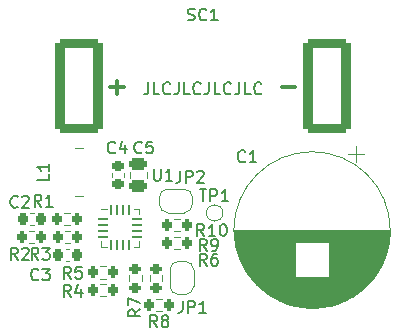
<source format=gbr>
%TF.GenerationSoftware,KiCad,Pcbnew,(6.0.9)*%
%TF.CreationDate,2022-11-21T20:55:40-06:00*%
%TF.ProjectId,solar-test,736f6c61-722d-4746-9573-742e6b696361,rev?*%
%TF.SameCoordinates,Original*%
%TF.FileFunction,Legend,Top*%
%TF.FilePolarity,Positive*%
%FSLAX46Y46*%
G04 Gerber Fmt 4.6, Leading zero omitted, Abs format (unit mm)*
G04 Created by KiCad (PCBNEW (6.0.9)) date 2022-11-21 20:55:40*
%MOMM*%
%LPD*%
G01*
G04 APERTURE LIST*
G04 Aperture macros list*
%AMRoundRect*
0 Rectangle with rounded corners*
0 $1 Rounding radius*
0 $2 $3 $4 $5 $6 $7 $8 $9 X,Y pos of 4 corners*
0 Add a 4 corners polygon primitive as box body*
4,1,4,$2,$3,$4,$5,$6,$7,$8,$9,$2,$3,0*
0 Add four circle primitives for the rounded corners*
1,1,$1+$1,$2,$3*
1,1,$1+$1,$4,$5*
1,1,$1+$1,$6,$7*
1,1,$1+$1,$8,$9*
0 Add four rect primitives between the rounded corners*
20,1,$1+$1,$2,$3,$4,$5,0*
20,1,$1+$1,$4,$5,$6,$7,0*
20,1,$1+$1,$6,$7,$8,$9,0*
20,1,$1+$1,$8,$9,$2,$3,0*%
%AMFreePoly0*
4,1,19,2.150000,-1.200000,1.177922,-1.200000,1.064578,-1.003895,0.918917,-0.830439,0.745359,-0.684899,0.549174,-0.571693,0.336318,-0.494257,0.113252,-0.454942,-0.113252,-0.454942,-0.336318,-0.494257,-0.549174,-0.571693,-0.745359,-0.684899,-0.918917,-0.830439,-1.064578,-1.003895,-1.177922,-1.200000,-2.150000,-1.200000,-2.150000,0.400000,2.150000,0.400000,2.150000,-1.200000,2.150000,-1.200000,
$1*%
%AMFreePoly1*
4,1,19,-1.064578,1.003895,-0.918917,0.830439,-0.745359,0.684899,-0.549174,0.571693,-0.336318,0.494257,-0.113252,0.454942,0.113252,0.454942,0.336318,0.494257,0.549174,0.571693,0.745359,0.684899,0.918917,0.830439,1.064578,1.003895,1.177922,1.200000,2.150000,1.200000,2.150000,-0.400000,-2.150000,-0.400000,-2.150000,1.200000,-1.177922,1.200000,-1.064578,1.003895,-1.064578,1.003895,
$1*%
%AMFreePoly2*
4,1,22,0.500000,-0.750000,0.000000,-0.750000,0.000000,-0.745033,-0.079941,-0.743568,-0.215256,-0.701293,-0.333266,-0.622738,-0.424486,-0.514219,-0.481581,-0.384460,-0.499164,-0.250000,-0.500000,-0.250000,-0.500000,0.250000,-0.499164,0.250000,-0.499963,0.256109,-0.478152,0.396186,-0.417904,0.524511,-0.324060,0.630769,-0.204165,0.706417,-0.067858,0.745374,0.000000,0.744959,0.000000,0.750000,
0.500000,0.750000,0.500000,-0.750000,0.500000,-0.750000,$1*%
%AMFreePoly3*
4,1,20,0.000000,0.744959,0.073905,0.744508,0.209726,0.703889,0.328688,0.626782,0.421226,0.519385,0.479903,0.390333,0.500000,0.250000,0.500000,-0.250000,0.499851,-0.262216,0.476331,-0.402017,0.414519,-0.529596,0.319384,-0.634700,0.198574,-0.708877,0.061801,-0.746166,0.000000,-0.745033,0.000000,-0.750000,-0.500000,-0.750000,-0.500000,0.750000,0.000000,0.750000,0.000000,0.744959,
0.000000,0.744959,$1*%
G04 Aperture macros list end*
%ADD10C,0.150000*%
%ADD11C,0.300000*%
%ADD12C,0.120000*%
%ADD13C,1.000000*%
%ADD14RoundRect,0.400000X-1.600000X-3.600000X1.600000X-3.600000X1.600000X3.600000X-1.600000X3.600000X0*%
%ADD15RoundRect,0.200000X-0.200000X-0.275000X0.200000X-0.275000X0.200000X0.275000X-0.200000X0.275000X0*%
%ADD16RoundRect,0.200000X0.200000X0.275000X-0.200000X0.275000X-0.200000X-0.275000X0.200000X-0.275000X0*%
%ADD17RoundRect,0.200000X-0.275000X0.200000X-0.275000X-0.200000X0.275000X-0.200000X0.275000X0.200000X0*%
%ADD18RoundRect,0.250000X0.475000X-0.250000X0.475000X0.250000X-0.475000X0.250000X-0.475000X-0.250000X0*%
%ADD19RoundRect,0.225000X-0.225000X-0.250000X0.225000X-0.250000X0.225000X0.250000X-0.225000X0.250000X0*%
%ADD20R,2.400000X2.400000*%
%ADD21C,2.400000*%
%ADD22FreePoly0,90.000000*%
%ADD23FreePoly1,90.000000*%
%ADD24RoundRect,0.225000X-0.250000X0.225000X-0.250000X-0.225000X0.250000X-0.225000X0.250000X0.225000X0*%
%ADD25RoundRect,0.062500X-0.350000X-0.062500X0.350000X-0.062500X0.350000X0.062500X-0.350000X0.062500X0*%
%ADD26RoundRect,0.062500X-0.062500X-0.350000X0.062500X-0.350000X0.062500X0.350000X-0.062500X0.350000X0*%
%ADD27R,1.700000X1.700000*%
%ADD28FreePoly2,270.000000*%
%ADD29FreePoly3,270.000000*%
%ADD30FreePoly2,180.000000*%
%ADD31FreePoly3,180.000000*%
G04 APERTURE END LIST*
D10*
X154380952Y-102402380D02*
X154380952Y-103116666D01*
X154333333Y-103259523D01*
X154238095Y-103354761D01*
X154095238Y-103402380D01*
X154000000Y-103402380D01*
X155333333Y-103402380D02*
X154857142Y-103402380D01*
X154857142Y-102402380D01*
X156238095Y-103307142D02*
X156190476Y-103354761D01*
X156047619Y-103402380D01*
X155952380Y-103402380D01*
X155809523Y-103354761D01*
X155714285Y-103259523D01*
X155666666Y-103164285D01*
X155619047Y-102973809D01*
X155619047Y-102830952D01*
X155666666Y-102640476D01*
X155714285Y-102545238D01*
X155809523Y-102450000D01*
X155952380Y-102402380D01*
X156047619Y-102402380D01*
X156190476Y-102450000D01*
X156238095Y-102497619D01*
X156952380Y-102402380D02*
X156952380Y-103116666D01*
X156904761Y-103259523D01*
X156809523Y-103354761D01*
X156666666Y-103402380D01*
X156571428Y-103402380D01*
X157904761Y-103402380D02*
X157428571Y-103402380D01*
X157428571Y-102402380D01*
X158809523Y-103307142D02*
X158761904Y-103354761D01*
X158619047Y-103402380D01*
X158523809Y-103402380D01*
X158380952Y-103354761D01*
X158285714Y-103259523D01*
X158238095Y-103164285D01*
X158190476Y-102973809D01*
X158190476Y-102830952D01*
X158238095Y-102640476D01*
X158285714Y-102545238D01*
X158380952Y-102450000D01*
X158523809Y-102402380D01*
X158619047Y-102402380D01*
X158761904Y-102450000D01*
X158809523Y-102497619D01*
X159523809Y-102402380D02*
X159523809Y-103116666D01*
X159476190Y-103259523D01*
X159380952Y-103354761D01*
X159238095Y-103402380D01*
X159142857Y-103402380D01*
X160476190Y-103402380D02*
X160000000Y-103402380D01*
X160000000Y-102402380D01*
X161380952Y-103307142D02*
X161333333Y-103354761D01*
X161190476Y-103402380D01*
X161095238Y-103402380D01*
X160952380Y-103354761D01*
X160857142Y-103259523D01*
X160809523Y-103164285D01*
X160761904Y-102973809D01*
X160761904Y-102830952D01*
X160809523Y-102640476D01*
X160857142Y-102545238D01*
X160952380Y-102450000D01*
X161095238Y-102402380D01*
X161190476Y-102402380D01*
X161333333Y-102450000D01*
X161380952Y-102497619D01*
X162095238Y-102402380D02*
X162095238Y-103116666D01*
X162047619Y-103259523D01*
X161952380Y-103354761D01*
X161809523Y-103402380D01*
X161714285Y-103402380D01*
X163047619Y-103402380D02*
X162571428Y-103402380D01*
X162571428Y-102402380D01*
X163952380Y-103307142D02*
X163904761Y-103354761D01*
X163761904Y-103402380D01*
X163666666Y-103402380D01*
X163523809Y-103354761D01*
X163428571Y-103259523D01*
X163380952Y-103164285D01*
X163333333Y-102973809D01*
X163333333Y-102830952D01*
X163380952Y-102640476D01*
X163428571Y-102545238D01*
X163523809Y-102450000D01*
X163666666Y-102402380D01*
X163761904Y-102402380D01*
X163904761Y-102450000D01*
X163952380Y-102497619D01*
%TO.C,TP1*%
X158738095Y-111454380D02*
X159309523Y-111454380D01*
X159023809Y-112454380D02*
X159023809Y-111454380D01*
X159642857Y-112454380D02*
X159642857Y-111454380D01*
X160023809Y-111454380D01*
X160119047Y-111502000D01*
X160166666Y-111549619D01*
X160214285Y-111644857D01*
X160214285Y-111787714D01*
X160166666Y-111882952D01*
X160119047Y-111930571D01*
X160023809Y-111978190D01*
X159642857Y-111978190D01*
X161166666Y-112454380D02*
X160595238Y-112454380D01*
X160880952Y-112454380D02*
X160880952Y-111454380D01*
X160785714Y-111597238D01*
X160690476Y-111692476D01*
X160595238Y-111740095D01*
%TO.C,SC1*%
X157738095Y-97104761D02*
X157880952Y-97152380D01*
X158119047Y-97152380D01*
X158214285Y-97104761D01*
X158261904Y-97057142D01*
X158309523Y-96961904D01*
X158309523Y-96866666D01*
X158261904Y-96771428D01*
X158214285Y-96723809D01*
X158119047Y-96676190D01*
X157928571Y-96628571D01*
X157833333Y-96580952D01*
X157785714Y-96533333D01*
X157738095Y-96438095D01*
X157738095Y-96342857D01*
X157785714Y-96247619D01*
X157833333Y-96200000D01*
X157928571Y-96152380D01*
X158166666Y-96152380D01*
X158309523Y-96200000D01*
X159309523Y-97057142D02*
X159261904Y-97104761D01*
X159119047Y-97152380D01*
X159023809Y-97152380D01*
X158880952Y-97104761D01*
X158785714Y-97009523D01*
X158738095Y-96914285D01*
X158690476Y-96723809D01*
X158690476Y-96580952D01*
X158738095Y-96390476D01*
X158785714Y-96295238D01*
X158880952Y-96200000D01*
X159023809Y-96152380D01*
X159119047Y-96152380D01*
X159261904Y-96200000D01*
X159309523Y-96247619D01*
X160261904Y-97152380D02*
X159690476Y-97152380D01*
X159976190Y-97152380D02*
X159976190Y-96152380D01*
X159880952Y-96295238D01*
X159785714Y-96390476D01*
X159690476Y-96438095D01*
D11*
X165678571Y-102807142D02*
X166821428Y-102807142D01*
X151178571Y-102807142D02*
X152321428Y-102807142D01*
X151750000Y-103378571D02*
X151750000Y-102235714D01*
D10*
%TO.C,R10*%
X159107142Y-115402380D02*
X158773809Y-114926190D01*
X158535714Y-115402380D02*
X158535714Y-114402380D01*
X158916666Y-114402380D01*
X159011904Y-114450000D01*
X159059523Y-114497619D01*
X159107142Y-114592857D01*
X159107142Y-114735714D01*
X159059523Y-114830952D01*
X159011904Y-114878571D01*
X158916666Y-114926190D01*
X158535714Y-114926190D01*
X160059523Y-115402380D02*
X159488095Y-115402380D01*
X159773809Y-115402380D02*
X159773809Y-114402380D01*
X159678571Y-114545238D01*
X159583333Y-114640476D01*
X159488095Y-114688095D01*
X160678571Y-114402380D02*
X160773809Y-114402380D01*
X160869047Y-114450000D01*
X160916666Y-114497619D01*
X160964285Y-114592857D01*
X161011904Y-114783333D01*
X161011904Y-115021428D01*
X160964285Y-115211904D01*
X160916666Y-115307142D01*
X160869047Y-115354761D01*
X160773809Y-115402380D01*
X160678571Y-115402380D01*
X160583333Y-115354761D01*
X160535714Y-115307142D01*
X160488095Y-115211904D01*
X160440476Y-115021428D01*
X160440476Y-114783333D01*
X160488095Y-114592857D01*
X160535714Y-114497619D01*
X160583333Y-114450000D01*
X160678571Y-114402380D01*
%TO.C,R9*%
X159333333Y-116652380D02*
X159000000Y-116176190D01*
X158761904Y-116652380D02*
X158761904Y-115652380D01*
X159142857Y-115652380D01*
X159238095Y-115700000D01*
X159285714Y-115747619D01*
X159333333Y-115842857D01*
X159333333Y-115985714D01*
X159285714Y-116080952D01*
X159238095Y-116128571D01*
X159142857Y-116176190D01*
X158761904Y-116176190D01*
X159809523Y-116652380D02*
X160000000Y-116652380D01*
X160095238Y-116604761D01*
X160142857Y-116557142D01*
X160238095Y-116414285D01*
X160285714Y-116223809D01*
X160285714Y-115842857D01*
X160238095Y-115747619D01*
X160190476Y-115700000D01*
X160095238Y-115652380D01*
X159904761Y-115652380D01*
X159809523Y-115700000D01*
X159761904Y-115747619D01*
X159714285Y-115842857D01*
X159714285Y-116080952D01*
X159761904Y-116176190D01*
X159809523Y-116223809D01*
X159904761Y-116271428D01*
X160095238Y-116271428D01*
X160190476Y-116223809D01*
X160238095Y-116176190D01*
X160285714Y-116080952D01*
%TO.C,R8*%
X155133334Y-123112378D02*
X154800001Y-122636188D01*
X154561905Y-123112378D02*
X154561905Y-122112378D01*
X154942858Y-122112378D01*
X155038096Y-122159998D01*
X155085715Y-122207617D01*
X155133334Y-122302855D01*
X155133334Y-122445712D01*
X155085715Y-122540950D01*
X155038096Y-122588569D01*
X154942858Y-122636188D01*
X154561905Y-122636188D01*
X155704762Y-122540950D02*
X155609524Y-122493331D01*
X155561905Y-122445712D01*
X155514286Y-122350474D01*
X155514286Y-122302855D01*
X155561905Y-122207617D01*
X155609524Y-122159998D01*
X155704762Y-122112378D01*
X155895239Y-122112378D01*
X155990477Y-122159998D01*
X156038096Y-122207617D01*
X156085715Y-122302855D01*
X156085715Y-122350474D01*
X156038096Y-122445712D01*
X155990477Y-122493331D01*
X155895239Y-122540950D01*
X155704762Y-122540950D01*
X155609524Y-122588569D01*
X155561905Y-122636188D01*
X155514286Y-122731426D01*
X155514286Y-122921902D01*
X155561905Y-123017140D01*
X155609524Y-123064759D01*
X155704762Y-123112378D01*
X155895239Y-123112378D01*
X155990477Y-123064759D01*
X156038096Y-123017140D01*
X156085715Y-122921902D01*
X156085715Y-122731426D01*
X156038096Y-122636188D01*
X155990477Y-122588569D01*
X155895239Y-122540950D01*
%TO.C,R7*%
X153702380Y-121616666D02*
X153226190Y-121950000D01*
X153702380Y-122188095D02*
X152702380Y-122188095D01*
X152702380Y-121807142D01*
X152750000Y-121711904D01*
X152797619Y-121664285D01*
X152892857Y-121616666D01*
X153035714Y-121616666D01*
X153130952Y-121664285D01*
X153178571Y-121711904D01*
X153226190Y-121807142D01*
X153226190Y-122188095D01*
X152702380Y-121283333D02*
X152702380Y-120616666D01*
X153702380Y-121045238D01*
%TO.C,R5*%
X147833333Y-119002378D02*
X147500000Y-118526188D01*
X147261904Y-119002378D02*
X147261904Y-118002378D01*
X147642857Y-118002378D01*
X147738095Y-118049998D01*
X147785714Y-118097617D01*
X147833333Y-118192855D01*
X147833333Y-118335712D01*
X147785714Y-118430950D01*
X147738095Y-118478569D01*
X147642857Y-118526188D01*
X147261904Y-118526188D01*
X148738095Y-118002378D02*
X148261904Y-118002378D01*
X148214285Y-118478569D01*
X148261904Y-118430950D01*
X148357142Y-118383331D01*
X148595238Y-118383331D01*
X148690476Y-118430950D01*
X148738095Y-118478569D01*
X148785714Y-118573807D01*
X148785714Y-118811902D01*
X148738095Y-118907140D01*
X148690476Y-118954759D01*
X148595238Y-119002378D01*
X148357142Y-119002378D01*
X148261904Y-118954759D01*
X148214285Y-118907140D01*
%TO.C,R3*%
X145083333Y-117402380D02*
X144750000Y-116926190D01*
X144511904Y-117402380D02*
X144511904Y-116402380D01*
X144892857Y-116402380D01*
X144988095Y-116450000D01*
X145035714Y-116497619D01*
X145083333Y-116592857D01*
X145083333Y-116735714D01*
X145035714Y-116830952D01*
X144988095Y-116878571D01*
X144892857Y-116926190D01*
X144511904Y-116926190D01*
X145416666Y-116402380D02*
X146035714Y-116402380D01*
X145702380Y-116783333D01*
X145845238Y-116783333D01*
X145940476Y-116830952D01*
X145988095Y-116878571D01*
X146035714Y-116973809D01*
X146035714Y-117211904D01*
X145988095Y-117307142D01*
X145940476Y-117354761D01*
X145845238Y-117402380D01*
X145559523Y-117402380D01*
X145464285Y-117354761D01*
X145416666Y-117307142D01*
%TO.C,C5*%
X153833333Y-108307142D02*
X153785714Y-108354761D01*
X153642857Y-108402380D01*
X153547619Y-108402380D01*
X153404761Y-108354761D01*
X153309523Y-108259523D01*
X153261904Y-108164285D01*
X153214285Y-107973809D01*
X153214285Y-107830952D01*
X153261904Y-107640476D01*
X153309523Y-107545238D01*
X153404761Y-107450000D01*
X153547619Y-107402380D01*
X153642857Y-107402380D01*
X153785714Y-107450000D01*
X153833333Y-107497619D01*
X154738095Y-107402380D02*
X154261904Y-107402380D01*
X154214285Y-107878571D01*
X154261904Y-107830952D01*
X154357142Y-107783333D01*
X154595238Y-107783333D01*
X154690476Y-107830952D01*
X154738095Y-107878571D01*
X154785714Y-107973809D01*
X154785714Y-108211904D01*
X154738095Y-108307142D01*
X154690476Y-108354761D01*
X154595238Y-108402380D01*
X154357142Y-108402380D01*
X154261904Y-108354761D01*
X154214285Y-108307142D01*
%TO.C,C2*%
X143333333Y-112907140D02*
X143285714Y-112954759D01*
X143142857Y-113002378D01*
X143047619Y-113002378D01*
X142904761Y-112954759D01*
X142809523Y-112859521D01*
X142761904Y-112764283D01*
X142714285Y-112573807D01*
X142714285Y-112430950D01*
X142761904Y-112240474D01*
X142809523Y-112145236D01*
X142904761Y-112049998D01*
X143047619Y-112002378D01*
X143142857Y-112002378D01*
X143285714Y-112049998D01*
X143333333Y-112097617D01*
X143714285Y-112097617D02*
X143761904Y-112049998D01*
X143857142Y-112002378D01*
X144095238Y-112002378D01*
X144190476Y-112049998D01*
X144238095Y-112097617D01*
X144285714Y-112192855D01*
X144285714Y-112288093D01*
X144238095Y-112430950D01*
X143666666Y-113002378D01*
X144285714Y-113002378D01*
%TO.C,C1*%
X162583333Y-109057142D02*
X162535714Y-109104761D01*
X162392857Y-109152380D01*
X162297619Y-109152380D01*
X162154761Y-109104761D01*
X162059523Y-109009523D01*
X162011904Y-108914285D01*
X161964285Y-108723809D01*
X161964285Y-108580952D01*
X162011904Y-108390476D01*
X162059523Y-108295238D01*
X162154761Y-108200000D01*
X162297619Y-108152380D01*
X162392857Y-108152380D01*
X162535714Y-108200000D01*
X162583333Y-108247619D01*
X163535714Y-109152380D02*
X162964285Y-109152380D01*
X163250000Y-109152380D02*
X163250000Y-108152380D01*
X163154761Y-108295238D01*
X163059523Y-108390476D01*
X162964285Y-108438095D01*
%TO.C,C3*%
X145083333Y-119057142D02*
X145035714Y-119104761D01*
X144892857Y-119152380D01*
X144797619Y-119152380D01*
X144654761Y-119104761D01*
X144559523Y-119009523D01*
X144511904Y-118914285D01*
X144464285Y-118723809D01*
X144464285Y-118580952D01*
X144511904Y-118390476D01*
X144559523Y-118295238D01*
X144654761Y-118200000D01*
X144797619Y-118152380D01*
X144892857Y-118152380D01*
X145035714Y-118200000D01*
X145083333Y-118247619D01*
X145416666Y-118152380D02*
X146035714Y-118152380D01*
X145702380Y-118533333D01*
X145845238Y-118533333D01*
X145940476Y-118580952D01*
X145988095Y-118628571D01*
X146035714Y-118723809D01*
X146035714Y-118961904D01*
X145988095Y-119057142D01*
X145940476Y-119104761D01*
X145845238Y-119152380D01*
X145559523Y-119152380D01*
X145464285Y-119104761D01*
X145416666Y-119057142D01*
%TO.C,R1*%
X145333333Y-112902380D02*
X145000000Y-112426190D01*
X144761904Y-112902380D02*
X144761904Y-111902380D01*
X145142857Y-111902380D01*
X145238095Y-111950000D01*
X145285714Y-111997619D01*
X145333333Y-112092857D01*
X145333333Y-112235714D01*
X145285714Y-112330952D01*
X145238095Y-112378571D01*
X145142857Y-112426190D01*
X144761904Y-112426190D01*
X146285714Y-112902380D02*
X145714285Y-112902380D01*
X146000000Y-112902380D02*
X146000000Y-111902380D01*
X145904761Y-112045238D01*
X145809523Y-112140476D01*
X145714285Y-112188095D01*
%TO.C,L1*%
X145976902Y-110142141D02*
X145976902Y-110618332D01*
X144976902Y-110618332D01*
X145976902Y-109284998D02*
X145976902Y-109856427D01*
X145976902Y-109570713D02*
X144976902Y-109570713D01*
X145119760Y-109665951D01*
X145214998Y-109761189D01*
X145262617Y-109856427D01*
%TO.C,C4*%
X151583333Y-108307142D02*
X151535714Y-108354761D01*
X151392857Y-108402380D01*
X151297619Y-108402380D01*
X151154761Y-108354761D01*
X151059523Y-108259523D01*
X151011904Y-108164285D01*
X150964285Y-107973809D01*
X150964285Y-107830952D01*
X151011904Y-107640476D01*
X151059523Y-107545238D01*
X151154761Y-107450000D01*
X151297619Y-107402380D01*
X151392857Y-107402380D01*
X151535714Y-107450000D01*
X151583333Y-107497619D01*
X152440476Y-107735714D02*
X152440476Y-108402380D01*
X152202380Y-107354761D02*
X151964285Y-108069047D01*
X152583333Y-108069047D01*
%TO.C,R2*%
X143333333Y-117402380D02*
X143000000Y-116926190D01*
X142761904Y-117402380D02*
X142761904Y-116402380D01*
X143142857Y-116402380D01*
X143238095Y-116450000D01*
X143285714Y-116497619D01*
X143333333Y-116592857D01*
X143333333Y-116735714D01*
X143285714Y-116830952D01*
X143238095Y-116878571D01*
X143142857Y-116926190D01*
X142761904Y-116926190D01*
X143714285Y-116497619D02*
X143761904Y-116450000D01*
X143857142Y-116402380D01*
X144095238Y-116402380D01*
X144190476Y-116450000D01*
X144238095Y-116497619D01*
X144285714Y-116592857D01*
X144285714Y-116688095D01*
X144238095Y-116830952D01*
X143666666Y-117402380D01*
X144285714Y-117402380D01*
%TO.C,U1*%
X154863095Y-109702380D02*
X154863095Y-110511904D01*
X154910714Y-110607142D01*
X154958333Y-110654761D01*
X155053571Y-110702380D01*
X155244047Y-110702380D01*
X155339285Y-110654761D01*
X155386904Y-110607142D01*
X155434523Y-110511904D01*
X155434523Y-109702380D01*
X156434523Y-110702380D02*
X155863095Y-110702380D01*
X156148809Y-110702380D02*
X156148809Y-109702380D01*
X156053571Y-109845238D01*
X155958333Y-109940476D01*
X155863095Y-109988095D01*
%TO.C,R6*%
X159333333Y-117902380D02*
X159000000Y-117426190D01*
X158761904Y-117902380D02*
X158761904Y-116902380D01*
X159142857Y-116902380D01*
X159238095Y-116950000D01*
X159285714Y-116997619D01*
X159333333Y-117092857D01*
X159333333Y-117235714D01*
X159285714Y-117330952D01*
X159238095Y-117378571D01*
X159142857Y-117426190D01*
X158761904Y-117426190D01*
X160190476Y-116902380D02*
X160000000Y-116902380D01*
X159904761Y-116950000D01*
X159857142Y-116997619D01*
X159761904Y-117140476D01*
X159714285Y-117330952D01*
X159714285Y-117711904D01*
X159761904Y-117807142D01*
X159809523Y-117854761D01*
X159904761Y-117902380D01*
X160095238Y-117902380D01*
X160190476Y-117854761D01*
X160238095Y-117807142D01*
X160285714Y-117711904D01*
X160285714Y-117473809D01*
X160238095Y-117378571D01*
X160190476Y-117330952D01*
X160095238Y-117283333D01*
X159904761Y-117283333D01*
X159809523Y-117330952D01*
X159761904Y-117378571D01*
X159714285Y-117473809D01*
%TO.C,JP1*%
X157291665Y-120902375D02*
X157291665Y-121616661D01*
X157244046Y-121759518D01*
X157148808Y-121854756D01*
X157005951Y-121902375D01*
X156910713Y-121902375D01*
X157767856Y-121902375D02*
X157767856Y-120902375D01*
X158148808Y-120902375D01*
X158244046Y-120949995D01*
X158291665Y-120997614D01*
X158339284Y-121092852D01*
X158339284Y-121235709D01*
X158291665Y-121330947D01*
X158244046Y-121378566D01*
X158148808Y-121426185D01*
X157767856Y-121426185D01*
X159291665Y-121902375D02*
X158720237Y-121902375D01*
X159005951Y-121902375D02*
X159005951Y-120902375D01*
X158910713Y-121045233D01*
X158815475Y-121140471D01*
X158720237Y-121188090D01*
%TO.C,R4*%
X147833333Y-120532378D02*
X147500000Y-120056188D01*
X147261904Y-120532378D02*
X147261904Y-119532378D01*
X147642857Y-119532378D01*
X147738095Y-119579998D01*
X147785714Y-119627617D01*
X147833333Y-119722855D01*
X147833333Y-119865712D01*
X147785714Y-119960950D01*
X147738095Y-120008569D01*
X147642857Y-120056188D01*
X147261904Y-120056188D01*
X148690476Y-119865712D02*
X148690476Y-120532378D01*
X148452380Y-119484759D02*
X148214285Y-120199045D01*
X148833333Y-120199045D01*
%TO.C,JP2*%
X157091187Y-109877856D02*
X157091187Y-110592142D01*
X157043568Y-110734999D01*
X156948330Y-110830237D01*
X156805473Y-110877856D01*
X156710235Y-110877856D01*
X157567378Y-110877856D02*
X157567378Y-109877856D01*
X157948330Y-109877856D01*
X158043568Y-109925476D01*
X158091187Y-109973095D01*
X158138806Y-110068333D01*
X158138806Y-110211190D01*
X158091187Y-110306428D01*
X158043568Y-110354047D01*
X157948330Y-110401666D01*
X157567378Y-110401666D01*
X158519759Y-109973095D02*
X158567378Y-109925476D01*
X158662616Y-109877856D01*
X158900711Y-109877856D01*
X158995949Y-109925476D01*
X159043568Y-109973095D01*
X159091187Y-110068333D01*
X159091187Y-110163571D01*
X159043568Y-110306428D01*
X158472140Y-110877856D01*
X159091187Y-110877856D01*
D12*
%TO.C,TP1*%
X160700000Y-113450000D02*
G75*
G03*
X160700000Y-113450000I-700000J0D01*
G01*
%TO.C,R10*%
X156562743Y-116502498D02*
X157037259Y-116502498D01*
X156562743Y-115457498D02*
X157037259Y-115457498D01*
%TO.C,R9*%
X157037259Y-115002498D02*
X156562743Y-115002498D01*
X157037259Y-113957498D02*
X156562743Y-113957498D01*
%TO.C,R8*%
X155537259Y-120707498D02*
X155062743Y-120707498D01*
X155537259Y-121752498D02*
X155062743Y-121752498D01*
%TO.C,R7*%
X152777501Y-118742740D02*
X152777501Y-119217256D01*
X153822501Y-118742740D02*
X153822501Y-119217256D01*
%TO.C,R5*%
X150312743Y-120502498D02*
X150787259Y-120502498D01*
X150312743Y-119457498D02*
X150787259Y-119457498D01*
%TO.C,R3*%
X147312743Y-116002498D02*
X147787259Y-116002498D01*
X147312743Y-114957498D02*
X147787259Y-114957498D01*
%TO.C,C5*%
X154285001Y-110491250D02*
X154285001Y-109968746D01*
X152815001Y-110491250D02*
X152815001Y-109968746D01*
%TO.C,C2*%
X144409421Y-114489998D02*
X144690581Y-114489998D01*
X144409421Y-113469998D02*
X144690581Y-113469998D01*
%TO.C,C1*%
X171965000Y-107800216D02*
X171965000Y-109100216D01*
X173792000Y-118445785D02*
X169690000Y-118445785D01*
X166810000Y-116645785D02*
X161908000Y-116645785D01*
X174534000Y-116845785D02*
X169690000Y-116845785D01*
X166810000Y-117005785D02*
X162018000Y-117005785D01*
X173891000Y-118285785D02*
X169690000Y-118285785D01*
X174454000Y-117085785D02*
X169690000Y-117085785D01*
X173485000Y-118885785D02*
X163015000Y-118885785D01*
X171804000Y-120445785D02*
X164696000Y-120445785D01*
X173227000Y-119205785D02*
X163273000Y-119205785D01*
X174425000Y-117165785D02*
X169690000Y-117165785D01*
X166810000Y-116525785D02*
X161876000Y-116525785D01*
X174821000Y-115244785D02*
X161679000Y-115244785D01*
X172455000Y-119965785D02*
X164045000Y-119965785D01*
X174826000Y-115124785D02*
X161674000Y-115124785D01*
X170920000Y-120925785D02*
X165580000Y-120925785D01*
X166810000Y-117365785D02*
X162152000Y-117365785D01*
X173574000Y-118765785D02*
X169690000Y-118765785D01*
X173261000Y-119165785D02*
X163239000Y-119165785D01*
X166810000Y-117965785D02*
X162430000Y-117965785D01*
X174070000Y-117965785D02*
X169690000Y-117965785D01*
X170305000Y-121165785D02*
X166195000Y-121165785D01*
X166810000Y-118445785D02*
X162708000Y-118445785D01*
X172407000Y-120005785D02*
X164093000Y-120005785D01*
X174689000Y-116245785D02*
X169690000Y-116245785D01*
X173631000Y-118685785D02*
X169690000Y-118685785D01*
X174791000Y-115605785D02*
X161709000Y-115605785D01*
X166810000Y-116725785D02*
X161930000Y-116725785D01*
X173983000Y-118125785D02*
X169690000Y-118125785D01*
X166810000Y-117205785D02*
X162089000Y-117205785D01*
X166810000Y-117485785D02*
X162201000Y-117485785D01*
X173659000Y-118645785D02*
X169690000Y-118645785D01*
X173842000Y-118365785D02*
X169690000Y-118365785D01*
X166810000Y-118485785D02*
X162734000Y-118485785D01*
X174772000Y-115765785D02*
X161728000Y-115765785D01*
X166810000Y-118365785D02*
X162658000Y-118365785D01*
X174171000Y-117765785D02*
X169690000Y-117765785D01*
X172307000Y-120085785D02*
X164193000Y-120085785D01*
X166810000Y-116085785D02*
X161779000Y-116085785D01*
X169903000Y-121285785D02*
X166597000Y-121285785D01*
X173740000Y-118525785D02*
X169690000Y-118525785D01*
X166810000Y-117565785D02*
X162236000Y-117565785D01*
X166810000Y-118405785D02*
X162683000Y-118405785D01*
X166810000Y-117165785D02*
X162075000Y-117165785D01*
X173121000Y-119325785D02*
X163379000Y-119325785D01*
X174614000Y-116565785D02*
X169690000Y-116565785D01*
X174766000Y-115805785D02*
X161734000Y-115805785D01*
X174006000Y-118085785D02*
X169690000Y-118085785D01*
X174396000Y-117245785D02*
X169690000Y-117245785D01*
X168725000Y-121485785D02*
X167775000Y-121485785D01*
X166810000Y-116365785D02*
X161837000Y-116365785D01*
X166810000Y-118285785D02*
X162609000Y-118285785D01*
X174782000Y-115685785D02*
X161718000Y-115685785D01*
X166810000Y-116445785D02*
X161856000Y-116445785D01*
X173938000Y-118205785D02*
X169690000Y-118205785D01*
X166810000Y-117325785D02*
X162136000Y-117325785D01*
X173713000Y-118565785D02*
X169690000Y-118565785D01*
X171473000Y-120645785D02*
X165027000Y-120645785D01*
X174721000Y-116085785D02*
X169690000Y-116085785D01*
X174592000Y-116645785D02*
X169690000Y-116645785D01*
X166810000Y-116205785D02*
X161802000Y-116205785D01*
X174742000Y-115965785D02*
X169690000Y-115965785D01*
X174755000Y-115885785D02*
X161745000Y-115885785D01*
X172684000Y-119765785D02*
X163816000Y-119765785D01*
X166810000Y-116565785D02*
X161886000Y-116565785D01*
X173603000Y-118725785D02*
X169690000Y-118725785D01*
X171173000Y-120805785D02*
X165327000Y-120805785D01*
X174795000Y-115564785D02*
X161705000Y-115564785D01*
X166810000Y-117925785D02*
X162409000Y-117925785D01*
X174728000Y-116045785D02*
X169690000Y-116045785D01*
X173294000Y-119125785D02*
X163206000Y-119125785D01*
X166810000Y-116605785D02*
X161897000Y-116605785D01*
X172727000Y-119725785D02*
X163773000Y-119725785D01*
X172595000Y-119845785D02*
X163905000Y-119845785D01*
X166810000Y-118205785D02*
X162562000Y-118205785D01*
X174777000Y-115725785D02*
X161723000Y-115725785D01*
X169744000Y-121325785D02*
X166756000Y-121325785D01*
X174482000Y-117005785D02*
X169690000Y-117005785D01*
X174228000Y-117645785D02*
X169690000Y-117645785D01*
X166810000Y-118245785D02*
X162586000Y-118245785D01*
X170048000Y-121245785D02*
X166452000Y-121245785D01*
X174810000Y-115404785D02*
X161690000Y-115404785D01*
X166810000Y-118045785D02*
X162472000Y-118045785D01*
X174624000Y-116525785D02*
X169690000Y-116525785D01*
X174818000Y-115284785D02*
X161682000Y-115284785D01*
X166810000Y-116805785D02*
X161954000Y-116805785D01*
X174348000Y-117365785D02*
X169690000Y-117365785D01*
X166810000Y-116765785D02*
X161942000Y-116765785D01*
X174246000Y-117605785D02*
X169690000Y-117605785D01*
X171865000Y-120405785D02*
X164635000Y-120405785D01*
X174829000Y-115004785D02*
X161671000Y-115004785D01*
X172256000Y-120125785D02*
X164244000Y-120125785D01*
X166810000Y-118565785D02*
X162787000Y-118565785D01*
X174603000Y-116605785D02*
X169690000Y-116605785D01*
X172640000Y-119805785D02*
X163860000Y-119805785D01*
X173192000Y-119245785D02*
X163308000Y-119245785D01*
X166810000Y-116925785D02*
X161992000Y-116925785D01*
X174830000Y-114964785D02*
X161670000Y-114964785D01*
X174112000Y-117885785D02*
X169690000Y-117885785D01*
X174830000Y-114884785D02*
X161670000Y-114884785D01*
X170829000Y-120965785D02*
X165671000Y-120965785D01*
X173914000Y-118245785D02*
X169690000Y-118245785D01*
X173545000Y-118805785D02*
X169690000Y-118805785D01*
X171008000Y-120885785D02*
X165492000Y-120885785D01*
X174644000Y-116445785D02*
X169690000Y-116445785D01*
X171741000Y-120485785D02*
X164759000Y-120485785D01*
X174281000Y-117525785D02*
X169690000Y-117525785D01*
X166810000Y-116885785D02*
X161979000Y-116885785D01*
X166810000Y-118085785D02*
X162494000Y-118085785D01*
X174698000Y-116205785D02*
X169690000Y-116205785D01*
X174152000Y-117805785D02*
X169690000Y-117805785D01*
X174028000Y-118045785D02*
X169690000Y-118045785D01*
X173360000Y-119045785D02*
X163140000Y-119045785D01*
X166810000Y-117045785D02*
X162032000Y-117045785D01*
X173157000Y-119285785D02*
X163343000Y-119285785D01*
X166810000Y-117125785D02*
X162060000Y-117125785D01*
X174264000Y-117565785D02*
X169690000Y-117565785D01*
X171252000Y-120765785D02*
X165248000Y-120765785D01*
X172549000Y-119885785D02*
X163951000Y-119885785D01*
X166810000Y-117765785D02*
X162329000Y-117765785D01*
X166810000Y-116125785D02*
X161787000Y-116125785D01*
X174672000Y-116325785D02*
X169690000Y-116325785D01*
X166810000Y-116965785D02*
X162005000Y-116965785D01*
X166810000Y-118805785D02*
X162955000Y-118805785D01*
X166810000Y-118525785D02*
X162760000Y-118525785D01*
X171543000Y-120605785D02*
X164957000Y-120605785D01*
X174799000Y-115524785D02*
X161701000Y-115524785D01*
X174634000Y-116485785D02*
X169690000Y-116485785D01*
X166810000Y-116045785D02*
X161772000Y-116045785D01*
X166810000Y-117445785D02*
X162185000Y-117445785D01*
X174807000Y-115444785D02*
X161693000Y-115444785D01*
X174209000Y-117685785D02*
X169690000Y-117685785D01*
X166810000Y-118165785D02*
X162539000Y-118165785D01*
X172358000Y-120045785D02*
X164142000Y-120045785D01*
X166810000Y-117525785D02*
X162219000Y-117525785D01*
X171983000Y-120325785D02*
X164517000Y-120325785D01*
X170635000Y-121045785D02*
X165865000Y-121045785D01*
X172811000Y-119645785D02*
X163689000Y-119645785D01*
X174581000Y-116685785D02*
X169690000Y-116685785D01*
X170181000Y-121205785D02*
X166319000Y-121205785D01*
X166810000Y-118325785D02*
X162633000Y-118325785D01*
X166810000Y-118125785D02*
X162517000Y-118125785D01*
X173392000Y-119005785D02*
X163108000Y-119005785D01*
X166810000Y-115965785D02*
X161758000Y-115965785D01*
X174823000Y-115204785D02*
X161677000Y-115204785D01*
X173084000Y-119365785D02*
X163416000Y-119365785D01*
X174713000Y-116125785D02*
X169690000Y-116125785D01*
X174521000Y-116885785D02*
X169690000Y-116885785D01*
X174380000Y-117285785D02*
X169690000Y-117285785D01*
X166810000Y-116325785D02*
X161828000Y-116325785D01*
X166810000Y-116285785D02*
X161819000Y-116285785D01*
X166810000Y-118005785D02*
X162451000Y-118005785D01*
X174299000Y-117485785D02*
X169690000Y-117485785D01*
X166810000Y-116165785D02*
X161794000Y-116165785D01*
X166810000Y-116245785D02*
X161811000Y-116245785D01*
X171328000Y-120725785D02*
X165172000Y-120725785D01*
X166810000Y-117645785D02*
X162272000Y-117645785D01*
X173961000Y-118165785D02*
X169690000Y-118165785D01*
X174829000Y-115044785D02*
X161671000Y-115044785D01*
X172932000Y-119525785D02*
X163568000Y-119525785D01*
X171925000Y-120365785D02*
X164575000Y-120365785D01*
X173766000Y-118485785D02*
X169690000Y-118485785D01*
X169565000Y-121365785D02*
X166935000Y-121365785D01*
X173010000Y-119445785D02*
X163490000Y-119445785D01*
X173686000Y-118605785D02*
X169690000Y-118605785D01*
X166810000Y-117245785D02*
X162104000Y-117245785D01*
X173867000Y-118325785D02*
X169690000Y-118325785D01*
X174411000Y-117205785D02*
X169690000Y-117205785D01*
X166810000Y-116005785D02*
X161765000Y-116005785D01*
X170734000Y-121005785D02*
X165766000Y-121005785D01*
X173515000Y-118845785D02*
X162985000Y-118845785D01*
X174830000Y-114924785D02*
X161670000Y-114924785D01*
X174132000Y-117845785D02*
X169690000Y-117845785D01*
X171402000Y-120685785D02*
X165098000Y-120685785D01*
X169357000Y-121405785D02*
X167143000Y-121405785D01*
X166810000Y-116405785D02*
X161846000Y-116405785D01*
X174748000Y-115925785D02*
X161752000Y-115925785D01*
X174681000Y-116285785D02*
X169690000Y-116285785D01*
X174735000Y-116005785D02*
X169690000Y-116005785D01*
X174558000Y-116765785D02*
X169690000Y-116765785D01*
X172615000Y-108450216D02*
X171315000Y-108450216D01*
X166810000Y-117285785D02*
X162120000Y-117285785D01*
X174825000Y-115164785D02*
X161675000Y-115164785D01*
X166810000Y-118605785D02*
X162814000Y-118605785D01*
X171611000Y-120565785D02*
X164889000Y-120565785D01*
X174049000Y-118005785D02*
X169690000Y-118005785D01*
X174761000Y-115845785D02*
X161739000Y-115845785D01*
X174570000Y-116725785D02*
X169690000Y-116725785D01*
X173455000Y-118925785D02*
X163045000Y-118925785D01*
X172040000Y-120285785D02*
X164460000Y-120285785D01*
X172096000Y-120245785D02*
X164404000Y-120245785D01*
X173817000Y-118405785D02*
X169690000Y-118405785D01*
X170421000Y-121125785D02*
X166079000Y-121125785D01*
X174190000Y-117725785D02*
X169690000Y-117725785D01*
X172852000Y-119605785D02*
X163648000Y-119605785D01*
X174827000Y-115084785D02*
X161673000Y-115084785D01*
X172503000Y-119925785D02*
X163997000Y-119925785D01*
X174654000Y-116405785D02*
X169690000Y-116405785D01*
X174546000Y-116805785D02*
X169690000Y-116805785D01*
X172769000Y-119685785D02*
X163731000Y-119685785D01*
X166810000Y-117405785D02*
X162168000Y-117405785D01*
X166810000Y-117805785D02*
X162348000Y-117805785D01*
X166810000Y-116845785D02*
X161966000Y-116845785D01*
X174091000Y-117925785D02*
X169690000Y-117925785D01*
X174495000Y-116965785D02*
X169690000Y-116965785D01*
X166810000Y-116485785D02*
X161866000Y-116485785D01*
X166810000Y-117725785D02*
X162310000Y-117725785D01*
X172150000Y-120205785D02*
X164350000Y-120205785D01*
X174816000Y-115324785D02*
X161684000Y-115324785D01*
X174663000Y-116365785D02*
X169690000Y-116365785D01*
X174364000Y-117325785D02*
X169690000Y-117325785D01*
X166810000Y-118685785D02*
X162869000Y-118685785D01*
X173047000Y-119405785D02*
X163453000Y-119405785D01*
X173424000Y-118965785D02*
X163076000Y-118965785D01*
X172971000Y-119485785D02*
X163529000Y-119485785D01*
X170531000Y-121085785D02*
X165969000Y-121085785D01*
X166810000Y-117845785D02*
X162368000Y-117845785D01*
X172893000Y-119565785D02*
X163607000Y-119565785D01*
X166810000Y-116685785D02*
X161919000Y-116685785D01*
X174332000Y-117405785D02*
X169690000Y-117405785D01*
X174508000Y-116925785D02*
X169690000Y-116925785D01*
X166810000Y-117085785D02*
X162046000Y-117085785D01*
X173328000Y-119085785D02*
X163172000Y-119085785D01*
X174468000Y-117045785D02*
X169690000Y-117045785D01*
X174813000Y-115364785D02*
X161687000Y-115364785D01*
X172204000Y-120165785D02*
X164296000Y-120165785D01*
X166810000Y-118645785D02*
X162841000Y-118645785D01*
X174803000Y-115484785D02*
X161697000Y-115484785D01*
X174706000Y-116165785D02*
X169690000Y-116165785D01*
X174787000Y-115645785D02*
X161713000Y-115645785D01*
X166810000Y-118725785D02*
X162897000Y-118725785D01*
X166810000Y-117605785D02*
X162254000Y-117605785D01*
X169100000Y-121445785D02*
X167400000Y-121445785D01*
X174440000Y-117125785D02*
X169690000Y-117125785D01*
X166810000Y-117685785D02*
X162291000Y-117685785D01*
X171677000Y-120525785D02*
X164823000Y-120525785D01*
X166810000Y-117885785D02*
X162388000Y-117885785D01*
X166810000Y-118765785D02*
X162926000Y-118765785D01*
X171092000Y-120845785D02*
X165408000Y-120845785D01*
X174315000Y-117445785D02*
X169690000Y-117445785D01*
X174870000Y-114884785D02*
G75*
G03*
X174870000Y-114884785I-6620000J0D01*
G01*
%TO.C,C3*%
X147409421Y-117489998D02*
X147690581Y-117489998D01*
X147409421Y-116469998D02*
X147690581Y-116469998D01*
%TO.C,R1*%
X147262738Y-114497976D02*
X147737254Y-114497976D01*
X147262738Y-113452976D02*
X147737254Y-113452976D01*
%TO.C,L1*%
X148894522Y-111985475D02*
X148154522Y-111985475D01*
X148154522Y-107965475D02*
X148894522Y-107965475D01*
%TO.C,C4*%
X151290001Y-110089418D02*
X151290001Y-110370578D01*
X152310001Y-110089418D02*
X152310001Y-110370578D01*
%TO.C,R2*%
X144262741Y-114952976D02*
X144737257Y-114952976D01*
X144262741Y-115997976D02*
X144737257Y-115997976D01*
%TO.C,U1*%
X150864998Y-116309995D02*
X150389998Y-116309995D01*
X150864998Y-113089995D02*
X150389998Y-113089995D01*
X153609998Y-116309995D02*
X153609998Y-115834995D01*
X153134998Y-116309995D02*
X153609998Y-116309995D01*
X153134998Y-113089995D02*
X153609998Y-113089995D01*
X150389998Y-116309995D02*
X150389998Y-115834995D01*
X153609998Y-113089995D02*
X153609998Y-113564995D01*
%TO.C,R6*%
X154527501Y-118742740D02*
X154527501Y-119217256D01*
X155572501Y-118742740D02*
X155572501Y-119217256D01*
%TO.C,JP1*%
X157524999Y-120349995D02*
X156924999Y-120349995D01*
X156924999Y-117549995D02*
X157524999Y-117549995D01*
X158224999Y-118249995D02*
X158224999Y-119649995D01*
X156224999Y-119649995D02*
X156224999Y-118249995D01*
X156224999Y-119649995D02*
G75*
G03*
X156924999Y-120349995I700000J0D01*
G01*
X156924999Y-117549995D02*
G75*
G03*
X156224999Y-118249995I-1J-699999D01*
G01*
X158224999Y-118249995D02*
G75*
G03*
X157524999Y-117549995I-699999J1D01*
G01*
X157524999Y-120349995D02*
G75*
G03*
X158224999Y-119649995I0J700000D01*
G01*
%TO.C,R4*%
X150312743Y-117957498D02*
X150787259Y-117957498D01*
X150312743Y-119002498D02*
X150787259Y-119002498D01*
%TO.C,JP2*%
X157424520Y-113425477D02*
X156024520Y-113425477D01*
X156024520Y-111425477D02*
X157424520Y-111425477D01*
X155324520Y-112725477D02*
X155324520Y-112125477D01*
X158124520Y-112125477D02*
X158124520Y-112725477D01*
X155324520Y-112725477D02*
G75*
G03*
X156024520Y-113425477I700000J0D01*
G01*
X156024520Y-111425477D02*
G75*
G03*
X155324520Y-112125477I0J-700000D01*
G01*
X158124520Y-112125477D02*
G75*
G03*
X157424520Y-111425477I-699999J1D01*
G01*
X157424520Y-113425477D02*
G75*
G03*
X158124520Y-112725477I1J699999D01*
G01*
%TD*%
%LPC*%
D13*
%TO.C,TP1*%
X160000000Y-113450000D03*
%TD*%
D14*
%TO.C,SC1*%
X148500000Y-102700000D03*
X169500000Y-102700000D03*
%TD*%
D15*
%TO.C,R10*%
X155975001Y-115979998D03*
X157625001Y-115979998D03*
%TD*%
D16*
%TO.C,R9*%
X155975001Y-114479998D03*
X157625001Y-114479998D03*
%TD*%
%TO.C,R8*%
X156125001Y-121229998D03*
X154475001Y-121229998D03*
%TD*%
D17*
%TO.C,R7*%
X153300001Y-118154998D03*
X153300001Y-119804998D03*
%TD*%
D15*
%TO.C,R5*%
X149725001Y-119979998D03*
X151375001Y-119979998D03*
%TD*%
%TO.C,R3*%
X146725001Y-115479998D03*
X148375001Y-115479998D03*
%TD*%
D18*
%TO.C,C5*%
X153550001Y-111179998D03*
X153550001Y-109279998D03*
%TD*%
D19*
%TO.C,C2*%
X143775001Y-113979998D03*
X145325001Y-113979998D03*
%TD*%
D20*
%TO.C,C1*%
X168250000Y-112384785D03*
D21*
X168250000Y-117384785D03*
%TD*%
D19*
%TO.C,C3*%
X146775001Y-116979998D03*
X148325001Y-116979998D03*
%TD*%
D15*
%TO.C,R1*%
X146674996Y-113975476D03*
X148324996Y-113975476D03*
%TD*%
D22*
%TO.C,L1*%
X146774522Y-109975475D03*
D23*
X150274522Y-109975475D03*
%TD*%
D24*
%TO.C,C4*%
X151800001Y-109454998D03*
X151800001Y-111004998D03*
%TD*%
D15*
%TO.C,R2*%
X143674999Y-115475476D03*
X145324999Y-115475476D03*
%TD*%
D25*
%TO.C,U1*%
X150537498Y-113949995D03*
X150537498Y-114449995D03*
X150537498Y-114949995D03*
X150537498Y-115449995D03*
D26*
X151249998Y-116162495D03*
X151749998Y-116162495D03*
X152249998Y-116162495D03*
X152749998Y-116162495D03*
D25*
X153462498Y-115449995D03*
X153462498Y-114949995D03*
X153462498Y-114449995D03*
X153462498Y-113949995D03*
D26*
X152749998Y-113237495D03*
X152249998Y-113237495D03*
X151749998Y-113237495D03*
X151249998Y-113237495D03*
D27*
X151999998Y-114699995D03*
%TD*%
D17*
%TO.C,R6*%
X155050001Y-118154998D03*
X155050001Y-119804998D03*
%TD*%
D28*
%TO.C,JP1*%
X157224999Y-118299995D03*
D29*
X157224999Y-119599995D03*
%TD*%
D15*
%TO.C,R4*%
X149725001Y-118479998D03*
X151375001Y-118479998D03*
%TD*%
D30*
%TO.C,JP2*%
X157374520Y-112425477D03*
D31*
X156074520Y-112425477D03*
%TD*%
M02*

</source>
